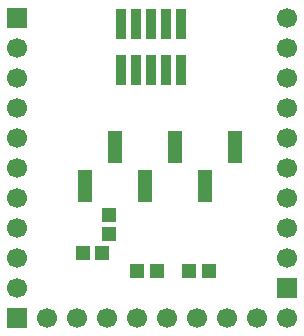
<source format=gbr>
G04 DipTrace 3.1.0.1*
G04 BottomMask.gbr*
%MOIN*%
G04 #@! TF.FileFunction,Soldermask,Bot*
G04 #@! TF.Part,Single*
%ADD35R,0.051181X0.047244*%
%ADD37R,0.047244X0.106693*%
%ADD39R,0.047244X0.045276*%
%ADD41R,0.045276X0.047244*%
%ADD43R,0.037795X0.102362*%
%ADD45C,0.066929*%
%ADD47R,0.066929X0.066929*%
%FSLAX26Y26*%
G04*
G70*
G90*
G75*
G01*
G04 BotMask*
%LPD*%
D47*
X443701Y1445669D3*
D45*
Y1345669D3*
Y1245669D3*
Y1145669D3*
Y1045669D3*
Y945669D3*
Y845669D3*
Y745669D3*
Y645669D3*
Y545669D3*
D47*
Y445669D3*
D45*
X543701D3*
X643701D3*
X743701D3*
X843701D3*
X943701D3*
X1043701D3*
X1143701D3*
X1243701D3*
X1343701D3*
D47*
Y545669D3*
D45*
Y645669D3*
Y745669D3*
Y845669D3*
Y945669D3*
Y1045669D3*
Y1145669D3*
Y1245669D3*
Y1345669D3*
Y1445669D3*
D43*
X888583Y1424409D3*
X938583D3*
X988583D3*
X838583D3*
X788583D3*
X888583Y1270866D3*
X938583D3*
X988583D3*
X838583D3*
X788583D3*
D41*
X663386Y662992D3*
X726378D3*
D39*
X748031Y726772D3*
Y789764D3*
D37*
X968504Y1016142D3*
X1168504D3*
X768504D3*
X1068504Y885827D3*
X868504D3*
X668504D3*
D35*
X1016929Y601969D3*
X1083858D3*
X841339Y603150D3*
X908268D3*
M02*

</source>
